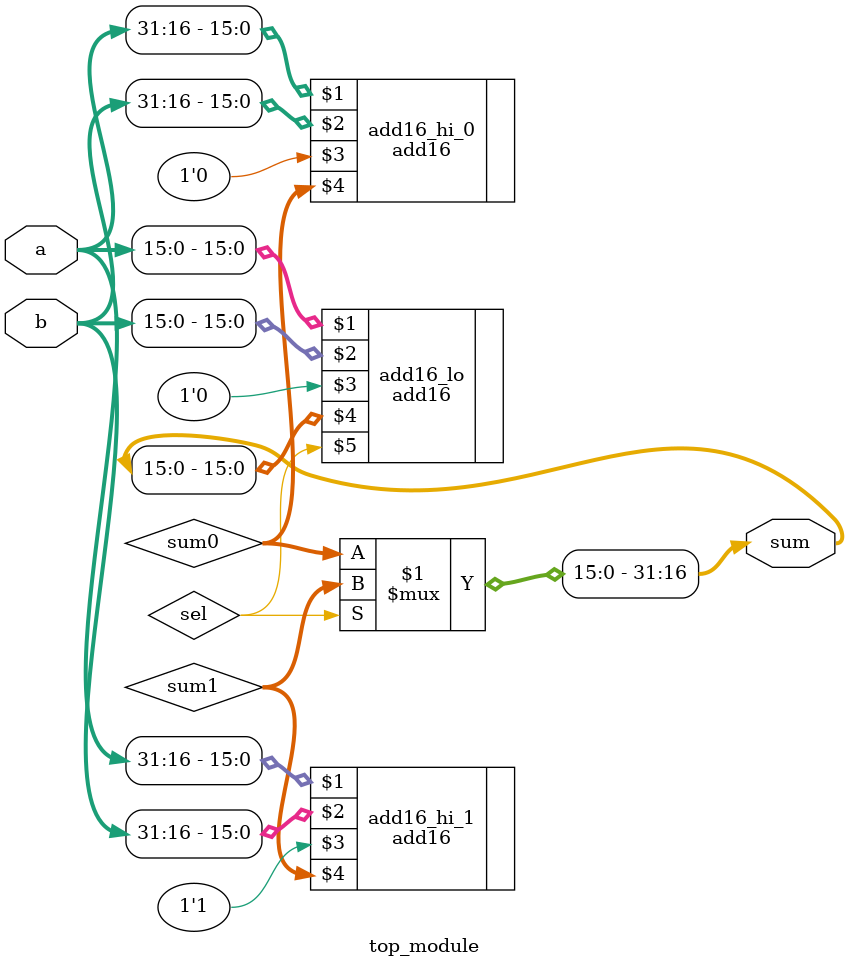
<source format=v>
module top_module(
    input [31:0] a,
    input [31:0] b,
    output [31:0] sum
);
    
    wire sel;
    wire [15:0] sum0, sum1;
    
    add16 add16_lo ( a[15:0], b[15:0], 1'b0, sum[15:0], sel );
    add16 add16_hi_0 ( a[31:16], b[31:16], 1'b0, sum0 );
    add16 add16_hi_1 ( a[31:16], b[31:16], 1'b1, sum1 );
    
    assign sum[31:16] = sel ? sum1 : sum0;

endmodule
</source>
